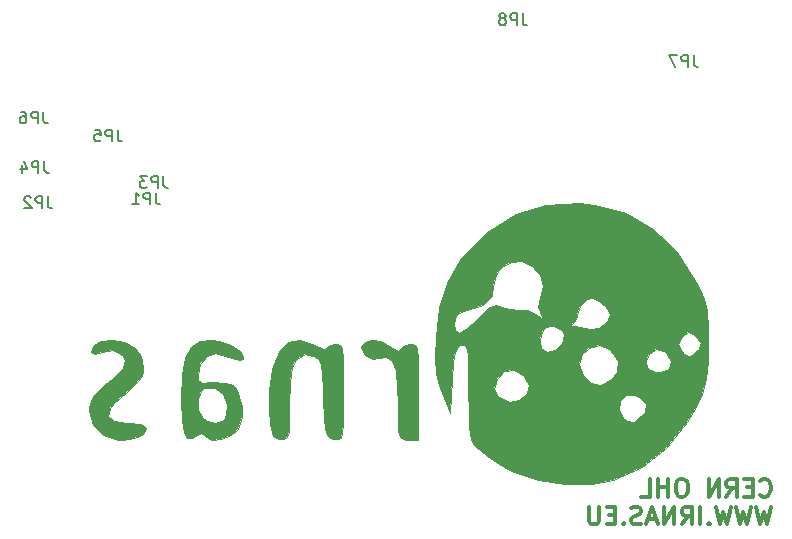
<source format=gbo>
G04 #@! TF.FileFunction,Legend,Bot*
%FSLAX46Y46*%
G04 Gerber Fmt 4.6, Leading zero omitted, Abs format (unit mm)*
G04 Created by KiCad (PCBNEW 4.0.2-stable) date 4/21/2016 11:26:25 AM*
%MOMM*%
G01*
G04 APERTURE LIST*
%ADD10C,0.100000*%
%ADD11C,0.300000*%
%ADD12C,0.010000*%
%ADD13C,0.150000*%
G04 APERTURE END LIST*
D10*
D11*
X66459715Y14981929D02*
X66102572Y13481929D01*
X65816858Y14553357D01*
X65531144Y13481929D01*
X65174001Y14981929D01*
X64745429Y14981929D02*
X64388286Y13481929D01*
X64102572Y14553357D01*
X63816858Y13481929D01*
X63459715Y14981929D01*
X63031143Y14981929D02*
X62674000Y13481929D01*
X62388286Y14553357D01*
X62102572Y13481929D01*
X61745429Y14981929D01*
X61174000Y13624786D02*
X61102572Y13553357D01*
X61174000Y13481929D01*
X61245429Y13553357D01*
X61174000Y13624786D01*
X61174000Y13481929D01*
X60459714Y13481929D02*
X60459714Y14981929D01*
X58888285Y13481929D02*
X59388285Y14196214D01*
X59745428Y13481929D02*
X59745428Y14981929D01*
X59174000Y14981929D01*
X59031142Y14910500D01*
X58959714Y14839071D01*
X58888285Y14696214D01*
X58888285Y14481929D01*
X58959714Y14339071D01*
X59031142Y14267643D01*
X59174000Y14196214D01*
X59745428Y14196214D01*
X58245428Y13481929D02*
X58245428Y14981929D01*
X57388285Y13481929D01*
X57388285Y14981929D01*
X56745428Y13910500D02*
X56031142Y13910500D01*
X56888285Y13481929D02*
X56388285Y14981929D01*
X55888285Y13481929D01*
X55459714Y13553357D02*
X55245428Y13481929D01*
X54888285Y13481929D01*
X54745428Y13553357D01*
X54673999Y13624786D01*
X54602571Y13767643D01*
X54602571Y13910500D01*
X54673999Y14053357D01*
X54745428Y14124786D01*
X54888285Y14196214D01*
X55173999Y14267643D01*
X55316857Y14339071D01*
X55388285Y14410500D01*
X55459714Y14553357D01*
X55459714Y14696214D01*
X55388285Y14839071D01*
X55316857Y14910500D01*
X55173999Y14981929D01*
X54816857Y14981929D01*
X54602571Y14910500D01*
X53959714Y13624786D02*
X53888286Y13553357D01*
X53959714Y13481929D01*
X54031143Y13553357D01*
X53959714Y13624786D01*
X53959714Y13481929D01*
X53245428Y14267643D02*
X52745428Y14267643D01*
X52531142Y13481929D02*
X53245428Y13481929D01*
X53245428Y14981929D01*
X52531142Y14981929D01*
X51888285Y14981929D02*
X51888285Y13767643D01*
X51816857Y13624786D01*
X51745428Y13553357D01*
X51602571Y13481929D01*
X51316857Y13481929D01*
X51173999Y13553357D01*
X51102571Y13624786D01*
X51031142Y13767643D01*
X51031142Y14981929D01*
X65523500Y15974286D02*
X65594929Y15902857D01*
X65809215Y15831429D01*
X65952072Y15831429D01*
X66166357Y15902857D01*
X66309215Y16045714D01*
X66380643Y16188571D01*
X66452072Y16474286D01*
X66452072Y16688571D01*
X66380643Y16974286D01*
X66309215Y17117143D01*
X66166357Y17260000D01*
X65952072Y17331429D01*
X65809215Y17331429D01*
X65594929Y17260000D01*
X65523500Y17188571D01*
X64880643Y16617143D02*
X64380643Y16617143D01*
X64166357Y15831429D02*
X64880643Y15831429D01*
X64880643Y17331429D01*
X64166357Y17331429D01*
X62666357Y15831429D02*
X63166357Y16545714D01*
X63523500Y15831429D02*
X63523500Y17331429D01*
X62952072Y17331429D01*
X62809214Y17260000D01*
X62737786Y17188571D01*
X62666357Y17045714D01*
X62666357Y16831429D01*
X62737786Y16688571D01*
X62809214Y16617143D01*
X62952072Y16545714D01*
X63523500Y16545714D01*
X62023500Y15831429D02*
X62023500Y17331429D01*
X61166357Y15831429D01*
X61166357Y17331429D01*
X59023500Y17331429D02*
X58737786Y17331429D01*
X58594928Y17260000D01*
X58452071Y17117143D01*
X58380643Y16831429D01*
X58380643Y16331429D01*
X58452071Y16045714D01*
X58594928Y15902857D01*
X58737786Y15831429D01*
X59023500Y15831429D01*
X59166357Y15902857D01*
X59309214Y16045714D01*
X59380643Y16331429D01*
X59380643Y16831429D01*
X59309214Y17117143D01*
X59166357Y17260000D01*
X59023500Y17331429D01*
X57737785Y15831429D02*
X57737785Y17331429D01*
X57737785Y16617143D02*
X56880642Y16617143D01*
X56880642Y15831429D02*
X56880642Y17331429D01*
X55452070Y15831429D02*
X56166356Y15831429D01*
X56166356Y17331429D01*
D12*
G36*
X47423007Y40537929D02*
X44880729Y39755017D01*
X42558387Y38307142D01*
X41776218Y37628457D01*
X40119098Y35826871D01*
X39006474Y33956006D01*
X38350771Y31820683D01*
X38071431Y29371746D01*
X38023695Y27620441D01*
X38107004Y26326185D01*
X38346788Y25248421D01*
X38574900Y24609246D01*
X39235944Y22944667D01*
X39412333Y25763483D01*
X39528905Y27212371D01*
X39680887Y28093691D01*
X39905578Y28545428D01*
X40206083Y28699767D01*
X40471741Y28689881D01*
X40648477Y28464168D01*
X40754052Y27908944D01*
X40806230Y26910528D01*
X40822774Y25355238D01*
X40823444Y24748699D01*
X40830243Y22995472D01*
X40869845Y21799227D01*
X40971063Y21011400D01*
X41162709Y20483429D01*
X41473595Y20066750D01*
X41793583Y19746335D01*
X42665129Y19068927D01*
X43868448Y18325790D01*
X44704000Y17891240D01*
X46719180Y17211854D01*
X49012386Y16876693D01*
X51288188Y16908042D01*
X53056305Y17261165D01*
X55503157Y18360113D01*
X57563637Y19970155D01*
X59310928Y22156550D01*
X60136989Y23575051D01*
X60186555Y23677746D01*
X55839114Y23677746D01*
X55752981Y23001596D01*
X55454273Y22632836D01*
X54805644Y22131078D01*
X54283467Y22200746D01*
X53946778Y22486056D01*
X53543213Y23234451D01*
X53651221Y23942164D01*
X54135020Y24416823D01*
X54858826Y24466058D01*
X55226092Y24298524D01*
X55839114Y23677746D01*
X60186555Y23677746D01*
X60604800Y24544295D01*
X60893241Y25430044D01*
X61044243Y26457185D01*
X61077548Y27293442D01*
X57974961Y27293442D01*
X57770938Y26667341D01*
X57080831Y26359036D01*
X56741572Y26365166D01*
X55994743Y26651275D01*
X55816500Y27139552D01*
X55871270Y27304589D01*
X53445465Y27304589D01*
X53370186Y26357462D01*
X52969079Y25792087D01*
X52068956Y25284879D01*
X51925652Y25310748D01*
X45964893Y25310748D01*
X45814904Y24632311D01*
X45778039Y24561513D01*
X45120157Y23973374D01*
X44225859Y23858272D01*
X43403037Y24240320D01*
X43284218Y24366225D01*
X43016327Y24984179D01*
X43233460Y25777336D01*
X43847171Y26491095D01*
X44656948Y26576143D01*
X45515439Y26020110D01*
X45559386Y25972624D01*
X45964893Y25310748D01*
X51925652Y25310748D01*
X51165084Y25448044D01*
X50507893Y26096010D01*
X50205966Y27034463D01*
X50432068Y27868320D01*
X51029580Y28455573D01*
X51841883Y28654210D01*
X52712357Y28322222D01*
X52843170Y28213454D01*
X53445465Y27304589D01*
X55871270Y27304589D01*
X56072845Y27911989D01*
X56677022Y28303608D01*
X57381741Y28190245D01*
X57586732Y28028403D01*
X57974961Y27293442D01*
X61077548Y27293442D01*
X61099739Y27850606D01*
X61104776Y28765500D01*
X61103700Y28843689D01*
X60491065Y28843689D01*
X60313982Y28345621D01*
X60240916Y28254039D01*
X59748977Y27802091D01*
X59520667Y27707167D01*
X59101422Y27947064D01*
X58800417Y28254039D01*
X58542029Y28773543D01*
X58838266Y29289883D01*
X58933610Y29387967D01*
X59074701Y29500485D01*
X48937333Y29500485D01*
X48703847Y28732680D01*
X48151350Y28219959D01*
X47501791Y28083682D01*
X46984664Y28432773D01*
X46881995Y29041719D01*
X46958541Y29619588D01*
X47265372Y30211303D01*
X47900699Y30289473D01*
X48050086Y30263968D01*
X48754249Y29918407D01*
X48937333Y29500485D01*
X59074701Y29500485D01*
X59429560Y29783479D01*
X59837383Y29642917D01*
X60107723Y29387967D01*
X60491065Y28843689D01*
X61103700Y28843689D01*
X61081905Y30426808D01*
X61015657Y31234944D01*
X52817889Y31234944D01*
X52533411Y30629219D01*
X51892753Y30140635D01*
X51215076Y29993178D01*
X51096708Y30027036D01*
X50248426Y30232458D01*
X49819278Y30259668D01*
X49435080Y30314426D01*
X49554694Y30418353D01*
X49937545Y30871818D01*
X49995667Y31193787D01*
X50262977Y32003988D01*
X50891751Y32557498D01*
X51275746Y32646056D01*
X51864245Y32402375D01*
X52479036Y31859628D01*
X52811450Y31300255D01*
X52817889Y31234944D01*
X61015657Y31234944D01*
X60984985Y31609089D01*
X60771553Y32538166D01*
X60399147Y33439860D01*
X60278905Y33676599D01*
X47139585Y33676599D01*
X46851675Y32683917D01*
X46839880Y32665064D01*
X46733576Y31886129D01*
X46903039Y31430342D01*
X47137726Y30934347D01*
X46951580Y30991360D01*
X46652989Y31230650D01*
X45797518Y31612028D01*
X45203386Y31648900D01*
X44219874Y31728753D01*
X43669035Y31927994D01*
X43180059Y32082518D01*
X42683612Y31902772D01*
X42000010Y31299019D01*
X41621298Y30905308D01*
X40646926Y29982992D01*
X40006186Y29657750D01*
X39666227Y29923745D01*
X39588722Y30544325D01*
X39747893Y31177392D01*
X40351282Y31523829D01*
X40733076Y31616454D01*
X42062205Y32080128D01*
X42776822Y32825646D01*
X42940111Y33631612D01*
X43168049Y34595022D01*
X43523954Y35175917D01*
X44401093Y35731690D01*
X45357229Y35741517D01*
X46236359Y35323526D01*
X46882478Y34595844D01*
X47139585Y33676599D01*
X60278905Y33676599D01*
X60123971Y33981638D01*
X58454972Y36548589D01*
X56469331Y38488878D01*
X54147173Y39815951D01*
X51468621Y40543254D01*
X50232999Y40673079D01*
X47423007Y40537929D01*
X47423007Y40537929D01*
G37*
X47423007Y40537929D02*
X44880729Y39755017D01*
X42558387Y38307142D01*
X41776218Y37628457D01*
X40119098Y35826871D01*
X39006474Y33956006D01*
X38350771Y31820683D01*
X38071431Y29371746D01*
X38023695Y27620441D01*
X38107004Y26326185D01*
X38346788Y25248421D01*
X38574900Y24609246D01*
X39235944Y22944667D01*
X39412333Y25763483D01*
X39528905Y27212371D01*
X39680887Y28093691D01*
X39905578Y28545428D01*
X40206083Y28699767D01*
X40471741Y28689881D01*
X40648477Y28464168D01*
X40754052Y27908944D01*
X40806230Y26910528D01*
X40822774Y25355238D01*
X40823444Y24748699D01*
X40830243Y22995472D01*
X40869845Y21799227D01*
X40971063Y21011400D01*
X41162709Y20483429D01*
X41473595Y20066750D01*
X41793583Y19746335D01*
X42665129Y19068927D01*
X43868448Y18325790D01*
X44704000Y17891240D01*
X46719180Y17211854D01*
X49012386Y16876693D01*
X51288188Y16908042D01*
X53056305Y17261165D01*
X55503157Y18360113D01*
X57563637Y19970155D01*
X59310928Y22156550D01*
X60136989Y23575051D01*
X60186555Y23677746D01*
X55839114Y23677746D01*
X55752981Y23001596D01*
X55454273Y22632836D01*
X54805644Y22131078D01*
X54283467Y22200746D01*
X53946778Y22486056D01*
X53543213Y23234451D01*
X53651221Y23942164D01*
X54135020Y24416823D01*
X54858826Y24466058D01*
X55226092Y24298524D01*
X55839114Y23677746D01*
X60186555Y23677746D01*
X60604800Y24544295D01*
X60893241Y25430044D01*
X61044243Y26457185D01*
X61077548Y27293442D01*
X57974961Y27293442D01*
X57770938Y26667341D01*
X57080831Y26359036D01*
X56741572Y26365166D01*
X55994743Y26651275D01*
X55816500Y27139552D01*
X55871270Y27304589D01*
X53445465Y27304589D01*
X53370186Y26357462D01*
X52969079Y25792087D01*
X52068956Y25284879D01*
X51925652Y25310748D01*
X45964893Y25310748D01*
X45814904Y24632311D01*
X45778039Y24561513D01*
X45120157Y23973374D01*
X44225859Y23858272D01*
X43403037Y24240320D01*
X43284218Y24366225D01*
X43016327Y24984179D01*
X43233460Y25777336D01*
X43847171Y26491095D01*
X44656948Y26576143D01*
X45515439Y26020110D01*
X45559386Y25972624D01*
X45964893Y25310748D01*
X51925652Y25310748D01*
X51165084Y25448044D01*
X50507893Y26096010D01*
X50205966Y27034463D01*
X50432068Y27868320D01*
X51029580Y28455573D01*
X51841883Y28654210D01*
X52712357Y28322222D01*
X52843170Y28213454D01*
X53445465Y27304589D01*
X55871270Y27304589D01*
X56072845Y27911989D01*
X56677022Y28303608D01*
X57381741Y28190245D01*
X57586732Y28028403D01*
X57974961Y27293442D01*
X61077548Y27293442D01*
X61099739Y27850606D01*
X61104776Y28765500D01*
X61103700Y28843689D01*
X60491065Y28843689D01*
X60313982Y28345621D01*
X60240916Y28254039D01*
X59748977Y27802091D01*
X59520667Y27707167D01*
X59101422Y27947064D01*
X58800417Y28254039D01*
X58542029Y28773543D01*
X58838266Y29289883D01*
X58933610Y29387967D01*
X59074701Y29500485D01*
X48937333Y29500485D01*
X48703847Y28732680D01*
X48151350Y28219959D01*
X47501791Y28083682D01*
X46984664Y28432773D01*
X46881995Y29041719D01*
X46958541Y29619588D01*
X47265372Y30211303D01*
X47900699Y30289473D01*
X48050086Y30263968D01*
X48754249Y29918407D01*
X48937333Y29500485D01*
X59074701Y29500485D01*
X59429560Y29783479D01*
X59837383Y29642917D01*
X60107723Y29387967D01*
X60491065Y28843689D01*
X61103700Y28843689D01*
X61081905Y30426808D01*
X61015657Y31234944D01*
X52817889Y31234944D01*
X52533411Y30629219D01*
X51892753Y30140635D01*
X51215076Y29993178D01*
X51096708Y30027036D01*
X50248426Y30232458D01*
X49819278Y30259668D01*
X49435080Y30314426D01*
X49554694Y30418353D01*
X49937545Y30871818D01*
X49995667Y31193787D01*
X50262977Y32003988D01*
X50891751Y32557498D01*
X51275746Y32646056D01*
X51864245Y32402375D01*
X52479036Y31859628D01*
X52811450Y31300255D01*
X52817889Y31234944D01*
X61015657Y31234944D01*
X60984985Y31609089D01*
X60771553Y32538166D01*
X60399147Y33439860D01*
X60278905Y33676599D01*
X47139585Y33676599D01*
X46851675Y32683917D01*
X46839880Y32665064D01*
X46733576Y31886129D01*
X46903039Y31430342D01*
X47137726Y30934347D01*
X46951580Y30991360D01*
X46652989Y31230650D01*
X45797518Y31612028D01*
X45203386Y31648900D01*
X44219874Y31728753D01*
X43669035Y31927994D01*
X43180059Y32082518D01*
X42683612Y31902772D01*
X42000010Y31299019D01*
X41621298Y30905308D01*
X40646926Y29982992D01*
X40006186Y29657750D01*
X39666227Y29923745D01*
X39588722Y30544325D01*
X39747893Y31177392D01*
X40351282Y31523829D01*
X40733076Y31616454D01*
X42062205Y32080128D01*
X42776822Y32825646D01*
X42940111Y33631612D01*
X43168049Y34595022D01*
X43523954Y35175917D01*
X44401093Y35731690D01*
X45357229Y35741517D01*
X46236359Y35323526D01*
X46882478Y34595844D01*
X47139585Y33676599D01*
X60278905Y33676599D01*
X60123971Y33981638D01*
X58454972Y36548589D01*
X56469331Y38488878D01*
X54147173Y39815951D01*
X51468621Y40543254D01*
X50232999Y40673079D01*
X47423007Y40537929D01*
G36*
X32024582Y28931422D02*
X31753384Y28512949D01*
X31995270Y27894899D01*
X32023435Y27860137D01*
X32712252Y27509978D01*
X33129068Y27551959D01*
X33856081Y27634169D01*
X34355053Y27290112D01*
X34659568Y26445219D01*
X34803209Y25024917D01*
X34826222Y23783415D01*
X34833490Y22292771D01*
X34880958Y21370977D01*
X35007122Y20881334D01*
X35250479Y20687138D01*
X35649526Y20651689D01*
X35708167Y20651611D01*
X36590111Y20651611D01*
X36590111Y24708556D01*
X36581827Y26453975D01*
X36543765Y27612786D01*
X36456113Y28303866D01*
X36299059Y28646090D01*
X36052789Y28758336D01*
X35913954Y28765500D01*
X35278228Y28565322D01*
X35083550Y28324528D01*
X34817144Y28119919D01*
X34270190Y28467915D01*
X34232624Y28500917D01*
X33432607Y28974252D01*
X32640458Y29101472D01*
X32024582Y28931422D01*
X32024582Y28931422D01*
G37*
X32024582Y28931422D02*
X31753384Y28512949D01*
X31995270Y27894899D01*
X32023435Y27860137D01*
X32712252Y27509978D01*
X33129068Y27551959D01*
X33856081Y27634169D01*
X34355053Y27290112D01*
X34659568Y26445219D01*
X34803209Y25024917D01*
X34826222Y23783415D01*
X34833490Y22292771D01*
X34880958Y21370977D01*
X35007122Y20881334D01*
X35250479Y20687138D01*
X35649526Y20651689D01*
X35708167Y20651611D01*
X36590111Y20651611D01*
X36590111Y24708556D01*
X36581827Y26453975D01*
X36543765Y27612786D01*
X36456113Y28303866D01*
X36299059Y28646090D01*
X36052789Y28758336D01*
X35913954Y28765500D01*
X35278228Y28565322D01*
X35083550Y28324528D01*
X34817144Y28119919D01*
X34270190Y28467915D01*
X34232624Y28500917D01*
X33432607Y28974252D01*
X32640458Y29101472D01*
X32024582Y28931422D01*
G36*
X25543339Y28886889D02*
X24748574Y28060194D01*
X24212736Y26666116D01*
X23963403Y24743261D01*
X23964276Y23315020D01*
X24037660Y22007948D01*
X24160092Y21247332D01*
X24386395Y20874098D01*
X24771392Y20729170D01*
X24860250Y20715270D01*
X25237426Y20694485D01*
X25471050Y20850357D01*
X25595460Y21314061D01*
X25644996Y22216772D01*
X25653997Y23689668D01*
X25654000Y23747399D01*
X25676997Y25320426D01*
X25765449Y26350991D01*
X25948542Y27001255D01*
X26255465Y27433376D01*
X26330209Y27504220D01*
X26997777Y27909680D01*
X27680461Y27754945D01*
X27728153Y27729919D01*
X28075193Y27465887D01*
X28300123Y27023317D01*
X28436581Y26253279D01*
X28518208Y25006842D01*
X28551249Y24085829D01*
X28609778Y22553416D01*
X28693978Y21588162D01*
X28840581Y21051757D01*
X29086318Y20805892D01*
X29446361Y20715270D01*
X29785808Y20691490D01*
X30011363Y20812523D01*
X30146297Y21194730D01*
X30213884Y21954476D01*
X30237396Y23208122D01*
X30240111Y24684020D01*
X30232710Y26433287D01*
X30196793Y27596062D01*
X30111783Y28291362D01*
X29957108Y28638203D01*
X29712192Y28755605D01*
X29534556Y28765500D01*
X28961197Y28624566D01*
X28829000Y28429130D01*
X28568203Y28355673D01*
X27927647Y28612683D01*
X27799340Y28683704D01*
X26569454Y29107594D01*
X25543339Y28886889D01*
X25543339Y28886889D01*
G37*
X25543339Y28886889D02*
X24748574Y28060194D01*
X24212736Y26666116D01*
X23963403Y24743261D01*
X23964276Y23315020D01*
X24037660Y22007948D01*
X24160092Y21247332D01*
X24386395Y20874098D01*
X24771392Y20729170D01*
X24860250Y20715270D01*
X25237426Y20694485D01*
X25471050Y20850357D01*
X25595460Y21314061D01*
X25644996Y22216772D01*
X25653997Y23689668D01*
X25654000Y23747399D01*
X25676997Y25320426D01*
X25765449Y26350991D01*
X25948542Y27001255D01*
X26255465Y27433376D01*
X26330209Y27504220D01*
X26997777Y27909680D01*
X27680461Y27754945D01*
X27728153Y27729919D01*
X28075193Y27465887D01*
X28300123Y27023317D01*
X28436581Y26253279D01*
X28518208Y25006842D01*
X28551249Y24085829D01*
X28609778Y22553416D01*
X28693978Y21588162D01*
X28840581Y21051757D01*
X29086318Y20805892D01*
X29446361Y20715270D01*
X29785808Y20691490D01*
X30011363Y20812523D01*
X30146297Y21194730D01*
X30213884Y21954476D01*
X30237396Y23208122D01*
X30240111Y24684020D01*
X30232710Y26433287D01*
X30196793Y27596062D01*
X30111783Y28291362D01*
X29957108Y28638203D01*
X29712192Y28755605D01*
X29534556Y28765500D01*
X28961197Y28624566D01*
X28829000Y28429130D01*
X28568203Y28355673D01*
X27927647Y28612683D01*
X27799340Y28683704D01*
X26569454Y29107594D01*
X25543339Y28886889D01*
G36*
X18061890Y28967459D02*
X17304886Y28485036D01*
X16820047Y27577374D01*
X16561124Y26156246D01*
X16481866Y24133419D01*
X16481778Y24047012D01*
X16533747Y22319652D01*
X16703018Y21240858D01*
X17009633Y20760377D01*
X17473635Y20827954D01*
X17700546Y20991149D01*
X18214238Y21193546D01*
X18411468Y21021519D01*
X18999460Y20654866D01*
X19869018Y20672573D01*
X20744956Y21025595D01*
X21275698Y21531999D01*
X21634275Y22582932D01*
X21609641Y23520218D01*
X20362333Y23520218D01*
X20285859Y22716878D01*
X20127148Y22297907D01*
X19477593Y22069950D01*
X18676922Y22238193D01*
X18316222Y22486056D01*
X17965997Y23186148D01*
X17921034Y24058375D01*
X18164907Y24785655D01*
X18447611Y25022325D01*
X19327249Y25041263D01*
X20034695Y24521135D01*
X20359078Y23627369D01*
X20362333Y23520218D01*
X21609641Y23520218D01*
X21602320Y23798767D01*
X21213225Y24860828D01*
X20887023Y25241437D01*
X20203496Y25493323D01*
X19228803Y25533936D01*
X19132470Y25524112D01*
X18300379Y25483162D01*
X17955058Y25697075D01*
X17892889Y26165306D01*
X18132109Y27041506D01*
X18710906Y27713600D01*
X19420988Y27968422D01*
X19621174Y27934011D01*
X20796272Y27573996D01*
X21450250Y27430580D01*
X21726956Y27484516D01*
X21773444Y27646018D01*
X21464552Y28198394D01*
X20700213Y28711563D01*
X19723934Y29050026D01*
X19137310Y29112876D01*
X18061890Y28967459D01*
X18061890Y28967459D01*
G37*
X18061890Y28967459D02*
X17304886Y28485036D01*
X16820047Y27577374D01*
X16561124Y26156246D01*
X16481866Y24133419D01*
X16481778Y24047012D01*
X16533747Y22319652D01*
X16703018Y21240858D01*
X17009633Y20760377D01*
X17473635Y20827954D01*
X17700546Y20991149D01*
X18214238Y21193546D01*
X18411468Y21021519D01*
X18999460Y20654866D01*
X19869018Y20672573D01*
X20744956Y21025595D01*
X21275698Y21531999D01*
X21634275Y22582932D01*
X21609641Y23520218D01*
X20362333Y23520218D01*
X20285859Y22716878D01*
X20127148Y22297907D01*
X19477593Y22069950D01*
X18676922Y22238193D01*
X18316222Y22486056D01*
X17965997Y23186148D01*
X17921034Y24058375D01*
X18164907Y24785655D01*
X18447611Y25022325D01*
X19327249Y25041263D01*
X20034695Y24521135D01*
X20359078Y23627369D01*
X20362333Y23520218D01*
X21609641Y23520218D01*
X21602320Y23798767D01*
X21213225Y24860828D01*
X20887023Y25241437D01*
X20203496Y25493323D01*
X19228803Y25533936D01*
X19132470Y25524112D01*
X18300379Y25483162D01*
X17955058Y25697075D01*
X17892889Y26165306D01*
X18132109Y27041506D01*
X18710906Y27713600D01*
X19420988Y27968422D01*
X19621174Y27934011D01*
X20796272Y27573996D01*
X21450250Y27430580D01*
X21726956Y27484516D01*
X21773444Y27646018D01*
X21464552Y28198394D01*
X20700213Y28711563D01*
X19723934Y29050026D01*
X19137310Y29112876D01*
X18061890Y28967459D01*
G36*
X9671031Y28988743D02*
X9119701Y28644847D01*
X8887894Y28106646D01*
X9188687Y27889386D01*
X9799828Y28071091D01*
X10725468Y28246614D01*
X11477250Y27822626D01*
X11714376Y27416341D01*
X11617429Y26742235D01*
X10947902Y26042016D01*
X9823140Y25122646D01*
X9154650Y24465309D01*
X8826979Y23918590D01*
X8724673Y23331076D01*
X8720667Y23121056D01*
X9024556Y21891757D01*
X9873347Y21044947D01*
X11172727Y20664435D01*
X11499693Y20651611D01*
X12485450Y20766396D01*
X13180903Y21049962D01*
X13260521Y21125042D01*
X13489422Y21644440D01*
X13102155Y21949184D01*
X12066348Y22061176D01*
X11874614Y22062722D01*
X10820995Y22231288D01*
X10332310Y22678117D01*
X10462121Y23314906D01*
X10853352Y23746418D01*
X12032734Y24788748D01*
X12764168Y25518085D01*
X13150328Y26062603D01*
X13293887Y26550475D01*
X13306778Y26809187D01*
X13060877Y27734968D01*
X12601222Y28412722D01*
X11748407Y28911681D01*
X10672803Y29110281D01*
X9671031Y28988743D01*
X9671031Y28988743D01*
G37*
X9671031Y28988743D02*
X9119701Y28644847D01*
X8887894Y28106646D01*
X9188687Y27889386D01*
X9799828Y28071091D01*
X10725468Y28246614D01*
X11477250Y27822626D01*
X11714376Y27416341D01*
X11617429Y26742235D01*
X10947902Y26042016D01*
X9823140Y25122646D01*
X9154650Y24465309D01*
X8826979Y23918590D01*
X8724673Y23331076D01*
X8720667Y23121056D01*
X9024556Y21891757D01*
X9873347Y21044947D01*
X11172727Y20664435D01*
X11499693Y20651611D01*
X12485450Y20766396D01*
X13180903Y21049962D01*
X13260521Y21125042D01*
X13489422Y21644440D01*
X13102155Y21949184D01*
X12066348Y22061176D01*
X11874614Y22062722D01*
X10820995Y22231288D01*
X10332310Y22678117D01*
X10462121Y23314906D01*
X10853352Y23746418D01*
X12032734Y24788748D01*
X12764168Y25518085D01*
X13150328Y26062603D01*
X13293887Y26550475D01*
X13306778Y26809187D01*
X13060877Y27734968D01*
X12601222Y28412722D01*
X11748407Y28911681D01*
X10672803Y29110281D01*
X9671031Y28988743D01*
D13*
X14358833Y41568619D02*
X14358833Y40854333D01*
X14406453Y40711476D01*
X14501691Y40616238D01*
X14644548Y40568619D01*
X14739786Y40568619D01*
X13882643Y40568619D02*
X13882643Y41568619D01*
X13501690Y41568619D01*
X13406452Y41521000D01*
X13358833Y41473381D01*
X13311214Y41378143D01*
X13311214Y41235286D01*
X13358833Y41140048D01*
X13406452Y41092429D01*
X13501690Y41044810D01*
X13882643Y41044810D01*
X12358833Y40568619D02*
X12930262Y40568619D01*
X12644548Y40568619D02*
X12644548Y41568619D01*
X12739786Y41425762D01*
X12835024Y41330524D01*
X12930262Y41282905D01*
X5214833Y41251119D02*
X5214833Y40536833D01*
X5262453Y40393976D01*
X5357691Y40298738D01*
X5500548Y40251119D01*
X5595786Y40251119D01*
X4738643Y40251119D02*
X4738643Y41251119D01*
X4357690Y41251119D01*
X4262452Y41203500D01*
X4214833Y41155881D01*
X4167214Y41060643D01*
X4167214Y40917786D01*
X4214833Y40822548D01*
X4262452Y40774929D01*
X4357690Y40727310D01*
X4738643Y40727310D01*
X3786262Y41155881D02*
X3738643Y41203500D01*
X3643405Y41251119D01*
X3405309Y41251119D01*
X3310071Y41203500D01*
X3262452Y41155881D01*
X3214833Y41060643D01*
X3214833Y40965405D01*
X3262452Y40822548D01*
X3833881Y40251119D01*
X3214833Y40251119D01*
X14993833Y42965619D02*
X14993833Y42251333D01*
X15041453Y42108476D01*
X15136691Y42013238D01*
X15279548Y41965619D01*
X15374786Y41965619D01*
X14517643Y41965619D02*
X14517643Y42965619D01*
X14136690Y42965619D01*
X14041452Y42918000D01*
X13993833Y42870381D01*
X13946214Y42775143D01*
X13946214Y42632286D01*
X13993833Y42537048D01*
X14041452Y42489429D01*
X14136690Y42441810D01*
X14517643Y42441810D01*
X13612881Y42965619D02*
X12993833Y42965619D01*
X13327167Y42584667D01*
X13184309Y42584667D01*
X13089071Y42537048D01*
X13041452Y42489429D01*
X12993833Y42394190D01*
X12993833Y42156095D01*
X13041452Y42060857D01*
X13089071Y42013238D01*
X13184309Y41965619D01*
X13470024Y41965619D01*
X13565262Y42013238D01*
X13612881Y42060857D01*
X4897333Y44235619D02*
X4897333Y43521333D01*
X4944953Y43378476D01*
X5040191Y43283238D01*
X5183048Y43235619D01*
X5278286Y43235619D01*
X4421143Y43235619D02*
X4421143Y44235619D01*
X4040190Y44235619D01*
X3944952Y44188000D01*
X3897333Y44140381D01*
X3849714Y44045143D01*
X3849714Y43902286D01*
X3897333Y43807048D01*
X3944952Y43759429D01*
X4040190Y43711810D01*
X4421143Y43711810D01*
X2992571Y43902286D02*
X2992571Y43235619D01*
X3230667Y44283238D02*
X3468762Y43568952D01*
X2849714Y43568952D01*
X11120333Y46902619D02*
X11120333Y46188333D01*
X11167953Y46045476D01*
X11263191Y45950238D01*
X11406048Y45902619D01*
X11501286Y45902619D01*
X10644143Y45902619D02*
X10644143Y46902619D01*
X10263190Y46902619D01*
X10167952Y46855000D01*
X10120333Y46807381D01*
X10072714Y46712143D01*
X10072714Y46569286D01*
X10120333Y46474048D01*
X10167952Y46426429D01*
X10263190Y46378810D01*
X10644143Y46378810D01*
X9167952Y46902619D02*
X9644143Y46902619D01*
X9691762Y46426429D01*
X9644143Y46474048D01*
X9548905Y46521667D01*
X9310809Y46521667D01*
X9215571Y46474048D01*
X9167952Y46426429D01*
X9120333Y46331190D01*
X9120333Y46093095D01*
X9167952Y45997857D01*
X9215571Y45950238D01*
X9310809Y45902619D01*
X9548905Y45902619D01*
X9644143Y45950238D01*
X9691762Y45997857D01*
X4833833Y48426619D02*
X4833833Y47712333D01*
X4881453Y47569476D01*
X4976691Y47474238D01*
X5119548Y47426619D01*
X5214786Y47426619D01*
X4357643Y47426619D02*
X4357643Y48426619D01*
X3976690Y48426619D01*
X3881452Y48379000D01*
X3833833Y48331381D01*
X3786214Y48236143D01*
X3786214Y48093286D01*
X3833833Y47998048D01*
X3881452Y47950429D01*
X3976690Y47902810D01*
X4357643Y47902810D01*
X2929071Y48426619D02*
X3119548Y48426619D01*
X3214786Y48379000D01*
X3262405Y48331381D01*
X3357643Y48188524D01*
X3405262Y47998048D01*
X3405262Y47617095D01*
X3357643Y47521857D01*
X3310024Y47474238D01*
X3214786Y47426619D01*
X3024309Y47426619D01*
X2929071Y47474238D01*
X2881452Y47521857D01*
X2833833Y47617095D01*
X2833833Y47855190D01*
X2881452Y47950429D01*
X2929071Y47998048D01*
X3024309Y48045667D01*
X3214786Y48045667D01*
X3310024Y47998048D01*
X3357643Y47950429D01*
X3405262Y47855190D01*
X59888933Y53216119D02*
X59888933Y52501833D01*
X59936553Y52358976D01*
X60031791Y52263738D01*
X60174648Y52216119D01*
X60269886Y52216119D01*
X59412743Y52216119D02*
X59412743Y53216119D01*
X59031790Y53216119D01*
X58936552Y53168500D01*
X58888933Y53120881D01*
X58841314Y53025643D01*
X58841314Y52882786D01*
X58888933Y52787548D01*
X58936552Y52739929D01*
X59031790Y52692310D01*
X59412743Y52692310D01*
X58507981Y53216119D02*
X57841314Y53216119D01*
X58269886Y52216119D01*
X45410333Y56745119D02*
X45410333Y56030833D01*
X45457953Y55887976D01*
X45553191Y55792738D01*
X45696048Y55745119D01*
X45791286Y55745119D01*
X44934143Y55745119D02*
X44934143Y56745119D01*
X44553190Y56745119D01*
X44457952Y56697500D01*
X44410333Y56649881D01*
X44362714Y56554643D01*
X44362714Y56411786D01*
X44410333Y56316548D01*
X44457952Y56268929D01*
X44553190Y56221310D01*
X44934143Y56221310D01*
X43791286Y56316548D02*
X43886524Y56364167D01*
X43934143Y56411786D01*
X43981762Y56507024D01*
X43981762Y56554643D01*
X43934143Y56649881D01*
X43886524Y56697500D01*
X43791286Y56745119D01*
X43600809Y56745119D01*
X43505571Y56697500D01*
X43457952Y56649881D01*
X43410333Y56554643D01*
X43410333Y56507024D01*
X43457952Y56411786D01*
X43505571Y56364167D01*
X43600809Y56316548D01*
X43791286Y56316548D01*
X43886524Y56268929D01*
X43934143Y56221310D01*
X43981762Y56126071D01*
X43981762Y55935595D01*
X43934143Y55840357D01*
X43886524Y55792738D01*
X43791286Y55745119D01*
X43600809Y55745119D01*
X43505571Y55792738D01*
X43457952Y55840357D01*
X43410333Y55935595D01*
X43410333Y56126071D01*
X43457952Y56221310D01*
X43505571Y56268929D01*
X43600809Y56316548D01*
M02*

</source>
